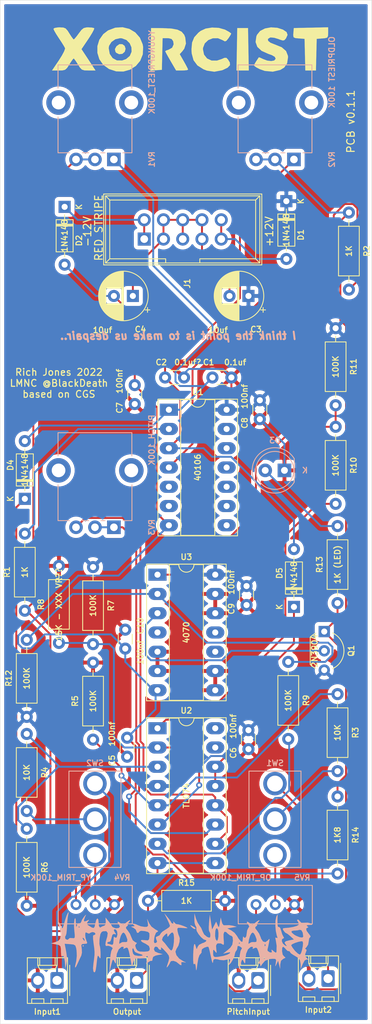
<source format=kicad_pcb>
(kicad_pcb (version 20171130) (host pcbnew "(5.1.12-1-10_14)")
  (layers (0 F.Cu signal) (31 B.Cu signal) (34 B.Paste user) (35 F.Paste user) (36 B.SilkS user) (37 F.SilkS user) (38 B.Mask user) (39 F.Mask user) (44 Edge.Cuts user))
  (net 0 "")
  (net 1 "Net-(C1-Pad1)")
  (net 2 "Net-(C3-Pad2)")
  (net 3 "Net-(C10-Pad2)")
  (net 4 GND)
  (net 5 "Net-(D1-Pad2)")
  (net 6 "Net-(D2-Pad1)")
  (net 7 "Net-(D3-Pad2)")
  (net 8 "Net-(J2-Pad1)")
  (net 9 "Net-(J3-Pad1)")
  (net 10 "Net-(J4-Pad1)")
  (net 11 "Net-(Q1-Pad2)")
  (net 12 "Net-(Q1-Pad1)")
  (net 13 "Net-(R1-Pad1)")
  (net 14 "Net-(R1-Pad2)")
  (net 15 "Net-(R2-Pad2)")
  (net 16 "Net-(R2-Pad1)")
  (net 17 "Net-(R3-Pad2)")
  (net 18 "Net-(R3-Pad1)")
  (net 19 "Net-(R4-Pad1)")
  (net 20 "Net-(R4-Pad2)")
  (net 21 "Net-(R7-Pad2)")
  (net 22 "Net-(R9-Pad2)")
  (net 23 "Net-(R12-Pad2)")
  (net 24 "Net-(R10-Pad2)")
  (net 25 "Net-(R10-Pad1)")
  (net 26 "Net-(C3-Pad1)")
  (net 27 "Net-(D4-Pad1)")
  (net 28 "Net-(J5-Pad1)")
  (net 29 "Net-(U3-Pad11)")
  (net 30 "Net-(U3-Pad4)")
  (net 31 "Net-(U3-Pad10)")
  (net 32 "Net-(RV4-Pad2)")
  (net 33 "Net-(RV5-Pad2)")
  (net 34 "Net-(C2-Pad1)")
  (net 35 "Net-(D5-Pad1)")
  (net 36 "Net-(RV3-Pad3)")
  (module ao_tht:BD3 (layer B.Cu) (at 314 149.25 180)
    (fp_text reference G*** hide)
    (fp_text value LOGO hide)
  )
  (module ao_tht:LED_D5.0mm (layer B.Cu) (at 327.5 87 180)
    (fp_text reference D3 (at 1.27 3.96) (layer B.SilkS) (effects (font (size 0.75 0.75)) (justify mirror)))
    (fp_text value LED)
    (fp_text user K (at -2.7 0) (layer B.SilkS) (effects (font (size 0.75 0.75)) (justify mirror)))
    (pad 1 thru_hole rect (at 0 0 180) (size 1.8 1.8) (drill 0.9) (layers *.Cu *.Mask) (net 4 GND))
    (pad 2 thru_hole circle (at 2.54 0 180) (size 1.8 1.8) (drill 0.9) (layers *.Cu *.Mask) (net 7 "Net-(D3-Pad2)"))
  )
  (module ao_tht:Molex_KK-254_AE-6410-02A_1x02_P2.54mm_Vertical (layer F.Cu) (at 308 154.25 180)
    (fp_text reference Output (at 1.27 -4.12) (layer F.SilkS) (effects (font (size 0.75 0.75))))
    (fp_text value Output_1)
    (pad 1 thru_hole roundrect (at 0 0 180) (size 1.74 2.2) (drill 1.2) (layers *.Cu *.Mask) (roundrect_rratio 0.1436775862068966) (net 10 "Net-(J4-Pad1)"))
    (pad 2 thru_hole oval (at 2.54 0 180) (size 1.74 2.2) (drill 1.2) (layers *.Cu *.Mask) (net 4 GND))
  )
  (module ao_tht:R_Axial_DIN0207_L6.3mm_D2.5mm_P10.16mm_Horizontal (layer F.Cu) (at 302.25 122.5 90)
    (fp_text reference R5 (at 5.08 -2.37 90) (layer F.SilkS) (effects (font (size 0.75 0.75))))
    (fp_text value 100K)
    (fp_text user %V (at 5.08 0 90) (layer F.SilkS) (effects (font (size 0.75 0.75))))
    (pad 1 thru_hole circle (at 0 0 90) (size 1.6 1.6) (drill 0.8) (layers *.Cu *.Mask) (net 18 "Net-(R3-Pad1)"))
    (pad 2 thru_hole oval (at 10.16 0 90) (size 1.6 1.6) (drill 0.8) (layers *.Cu *.Mask) (net 4 GND))
  )
  (module ao_tht:DIP-14_W7.62mm_Socket_LongPads (layer F.Cu) (at 310.75 100.75)
    (fp_text reference U3 (at 3.81 -2.33) (layer F.SilkS) (effects (font (size 0.75 0.75))))
    (fp_text value 4070)
    (fp_text user %V (at 3.81 7.62 90) (layer F.SilkS) (effects (font (size 0.75 0.75))))
    (pad 14 thru_hole oval (at 7.62 0) (size 2.4 1.6) (drill 0.8) (layers *.Cu *.Mask) (net 26 "Net-(C3-Pad1)"))
    (pad 7 thru_hole oval (at 0 15.24) (size 2.4 1.6) (drill 0.8) (layers *.Cu *.Mask) (net 3 "Net-(C10-Pad2)"))
    (pad 13 thru_hole oval (at 7.62 2.54) (size 2.4 1.6) (drill 0.8) (layers *.Cu *.Mask) (net 4 GND))
    (pad 6 thru_hole oval (at 0 12.7) (size 2.4 1.6) (drill 0.8) (layers *.Cu *.Mask) (net 4 GND))
    (pad 12 thru_hole oval (at 7.62 5.08) (size 2.4 1.6) (drill 0.8) (layers *.Cu *.Mask) (net 4 GND))
    (pad 5 thru_hole oval (at 0 10.16) (size 2.4 1.6) (drill 0.8) (layers *.Cu *.Mask) (net 4 GND))
    (pad 11 thru_hole oval (at 7.62 7.62) (size 2.4 1.6) (drill 0.8) (layers *.Cu *.Mask) (net 29 "Net-(U3-Pad11)"))
    (pad 4 thru_hole oval (at 0 7.62) (size 2.4 1.6) (drill 0.8) (layers *.Cu *.Mask) (net 30 "Net-(U3-Pad4)"))
    (pad 10 thru_hole oval (at 7.62 10.16) (size 2.4 1.6) (drill 0.8) (layers *.Cu *.Mask) (net 31 "Net-(U3-Pad10)"))
    (pad 3 thru_hole oval (at 0 5.08) (size 2.4 1.6) (drill 0.8) (layers *.Cu *.Mask) (net 11 "Net-(Q1-Pad2)"))
    (pad 9 thru_hole oval (at 7.62 12.7) (size 2.4 1.6) (drill 0.8) (layers *.Cu *.Mask) (net 4 GND))
    (pad 2 thru_hole oval (at 0 2.54) (size 2.4 1.6) (drill 0.8) (layers *.Cu *.Mask) (net 23 "Net-(R12-Pad2)"))
    (pad 8 thru_hole oval (at 7.62 15.24) (size 2.4 1.6) (drill 0.8) (layers *.Cu *.Mask) (net 4 GND))
    (pad 1 thru_hole rect (at 0 0) (size 2.4 1.6) (drill 0.8) (layers *.Cu *.Mask) (net 25 "Net-(R10-Pad1)"))
  )
  (module ao_tht:DIP-16_W7.62mm_Socket_LongPads (layer F.Cu) (at 310.75 121)
    (fp_text reference U2 (at 3.81 -2.33) (layer F.SilkS) (effects (font (size 0.75 0.75))))
    (fp_text value TL074)
    (fp_text user %V (at 3.81 8.89 90) (layer F.SilkS) (effects (font (size 0.75 0.75))))
    (pad 16 thru_hole oval (at 7.62 0) (size 2.4 1.6) (drill 0.8) (layers *.Cu *.Mask))
    (pad 8 thru_hole oval (at 0 17.78) (size 2.4 1.6) (drill 0.8) (layers *.Cu *.Mask) (net 27 "Net-(D4-Pad1)"))
    (pad 15 thru_hole oval (at 7.62 2.54) (size 2.4 1.6) (drill 0.8) (layers *.Cu *.Mask))
    (pad 7 thru_hole oval (at 0 15.24) (size 2.4 1.6) (drill 0.8) (layers *.Cu *.Mask) (net 22 "Net-(R9-Pad2)"))
    (pad 14 thru_hole oval (at 7.62 5.08) (size 2.4 1.6) (drill 0.8) (layers *.Cu *.Mask) (net 35 "Net-(D5-Pad1)"))
    (pad 6 thru_hole oval (at 0 12.7) (size 2.4 1.6) (drill 0.8) (layers *.Cu *.Mask) (net 21 "Net-(R7-Pad2)"))
    (pad 13 thru_hole oval (at 7.62 7.62) (size 2.4 1.6) (drill 0.8) (layers *.Cu *.Mask) (net 35 "Net-(D5-Pad1)"))
    (pad 5 thru_hole oval (at 0 10.16) (size 2.4 1.6) (drill 0.8) (layers *.Cu *.Mask) (net 18 "Net-(R3-Pad1)"))
    (pad 12 thru_hole oval (at 7.62 10.16) (size 2.4 1.6) (drill 0.8) (layers *.Cu *.Mask) (net 36 "Net-(RV3-Pad3)"))
    (pad 4 thru_hole oval (at 0 7.62) (size 2.4 1.6) (drill 0.8) (layers *.Cu *.Mask) (net 26 "Net-(C3-Pad1)"))
    (pad 11 thru_hole oval (at 7.62 12.7) (size 2.4 1.6) (drill 0.8) (layers *.Cu *.Mask) (net 3 "Net-(C10-Pad2)"))
    (pad 3 thru_hole oval (at 0 5.08) (size 2.4 1.6) (drill 0.8) (layers *.Cu *.Mask) (net 19 "Net-(R4-Pad1)"))
    (pad 10 thru_hole oval (at 7.62 15.24) (size 2.4 1.6) (drill 0.8) (layers *.Cu *.Mask) (net 36 "Net-(RV3-Pad3)"))
    (pad 2 thru_hole oval (at 0 2.54) (size 2.4 1.6) (drill 0.8) (layers *.Cu *.Mask) (net 21 "Net-(R7-Pad2)"))
    (pad 9 thru_hole oval (at 7.62 17.78) (size 2.4 1.6) (drill 0.8) (layers *.Cu *.Mask) (net 27 "Net-(D4-Pad1)"))
    (pad 1 thru_hole rect (at 0 0) (size 2.4 1.6) (drill 0.8) (layers *.Cu *.Mask) (net 24 "Net-(R10-Pad2)"))
  )
  (module ao_tht:D_DO-35_SOD27_P7.62mm_Horizontal (layer F.Cu) (at 328.75 105 90)
    (fp_text reference D5 (at 4.445 -1.905 90) (layer F.SilkS) (effects (font (size 0.75 0.75))))
    (fp_text value 1N4148)
    (fp_text user K (at 0 -1.905 90) (layer F.SilkS) (effects (font (size 0.75 0.75))))
    (fp_text user %V (at 3.81 0 90) (layer F.SilkS) (effects (font (size 0.75 0.75))))
    (pad 2 thru_hole oval (at 7.62 0 90) (size 1.6 1.6) (drill 0.8) (layers *.Cu *.Mask) (net 34 "Net-(C2-Pad1)"))
    (pad 1 thru_hole rect (at 0 0 90) (size 1.6 1.6) (drill 0.8) (layers *.Cu *.Mask) (net 35 "Net-(D5-Pad1)"))
  )
  (module ao_tht:xor6 (layer F.Cu) (at 315.5 31.25)
    (fp_text reference G*** hide)
    (fp_text value LOGO hide)
  )
  (module ao_tht:R_Axial_DIN0207_L6.3mm_D2.5mm_P10.16mm_Horizontal (layer F.Cu) (at 336 53 270)
    (fp_text reference R2 (at 5.08 -2.37 90) (layer F.SilkS) (effects (font (size 0.75 0.75))))
    (fp_text value 1K)
    (fp_text user %V (at 5.08 0 90) (layer F.SilkS) (effects (font (size 0.75 0.75))))
    (pad 2 thru_hole oval (at 10.16 0 270) (size 1.6 1.6) (drill 0.8) (layers *.Cu *.Mask) (net 15 "Net-(R2-Pad2)"))
    (pad 1 thru_hole circle (at 0 0 270) (size 1.6 1.6) (drill 0.8) (layers *.Cu *.Mask) (net 16 "Net-(R2-Pad1)"))
  )
  (module ao_tht:Potentiometer_Bourns_3296W_Vertical_standard (layer B.Cu) (at 323.75 144.25 180)
    (fp_text reference RV5 (at -6.096 3.556 180) (layer B.SilkS) (effects (font (size 0.75 0.75)) (justify mirror)))
    (fp_text value OP_TRIM_100K)
    (fp_text user %V (at 2.032 3.556 180) (layer B.SilkS) (effects (font (size 0.75 0.75)) (justify mirror)))
    (pad 3 thru_hole circle (at -5.08 0 180) (size 1.44 1.44) (drill 0.8) (layers *.Cu *.Mask) (net 4 GND))
    (pad 2 thru_hole circle (at -2.54 0 180) (size 1.44 1.44) (drill 0.8) (layers *.Cu *.Mask) (net 33 "Net-(RV5-Pad2)"))
    (pad 1 thru_hole circle (at 0 0 180) (size 1.44 1.44) (drill 0.8) (layers *.Cu *.Mask) (net 16 "Net-(R2-Pad1)"))
  )
  (module ao_tht:Potentiometer_Bourns_3296W_Vertical_standard (layer B.Cu) (at 300 144.25 180)
    (fp_text reference RV4 (at -6.096 3.556 180) (layer B.SilkS) (effects (font (size 0.75 0.75)) (justify mirror)))
    (fp_text value YP_TRIM_100K)
    (fp_text user %V (at 2.032 3.556 180) (layer B.SilkS) (effects (font (size 0.75 0.75)) (justify mirror)))
    (pad 3 thru_hole circle (at -5.08 0 180) (size 1.44 1.44) (drill 0.8) (layers *.Cu *.Mask) (net 4 GND))
    (pad 2 thru_hole circle (at -2.54 0 180) (size 1.44 1.44) (drill 0.8) (layers *.Cu *.Mask) (net 32 "Net-(RV4-Pad2)"))
    (pad 1 thru_hole circle (at 0 0 180) (size 1.44 1.44) (drill 0.8) (layers *.Cu *.Mask) (net 13 "Net-(R1-Pad1)"))
  )
  (module ao_tht:D_DO-35_SOD27_P7.62mm_Horizontal (layer F.Cu) (at 293.25 90.75 90)
    (fp_text reference D4 (at 4.445 -1.905 90) (layer F.SilkS) (effects (font (size 0.75 0.75))))
    (fp_text value 1N4148)
    (fp_text user K (at 0 -1.905 90) (layer F.SilkS) (effects (font (size 0.75 0.75))))
    (fp_text user %V (at 3.81 0 90) (layer F.SilkS) (effects (font (size 0.75 0.75))))
    (pad 2 thru_hole oval (at 7.62 0 90) (size 1.6 1.6) (drill 0.8) (layers *.Cu *.Mask) (net 1 "Net-(C1-Pad1)"))
    (pad 1 thru_hole rect (at 0 0 90) (size 1.6 1.6) (drill 0.8) (layers *.Cu *.Mask) (net 27 "Net-(D4-Pad1)"))
  )
  (module ao_tht:Potentiometer_Alpha_RD901F-40-00D_Single_Vertical_CircularHoles_centered (layer B.Cu) (at 302.5 87 90)
    (fp_text reference RV3 (at -7.5 7.5 270) (layer B.SilkS) (effects (font (size 0.75 0.75)) (justify mirror)))
    (fp_text value PITCH_100K)
    (fp_text user %V (at 4 7.5 90) (layer B.SilkS) (effects (font (size 0.75 0.75)) (justify mirror)))
    (pad "" thru_hole circle (at 0 4.8) (size 3.24 3.24) (drill 1.8) (layers *.Cu *.Mask))
    (pad "" thru_hole circle (at 0 -4.8) (size 3.24 3.24) (drill 1.8) (layers *.Cu *.Mask))
    (pad 3 thru_hole circle (at -7.5 -2.5) (size 1.8 1.8) (drill 1) (layers *.Cu *.Mask) (net 36 "Net-(RV3-Pad3)"))
    (pad 2 thru_hole circle (at -7.5 0) (size 1.8 1.8) (drill 1) (layers *.Cu *.Mask) (net 28 "Net-(J5-Pad1)"))
    (pad 1 thru_hole rect (at -7.5 2.5) (size 1.8 1.8) (drill 1) (layers *.Cu *.Mask) (net 28 "Net-(J5-Pad1)"))
  )
  (module ao_tht:Molex_KK-254_AE-6410-02A_1x02_P2.54mm_Vertical (layer F.Cu) (at 324 154.25 180)
    (fp_text reference PitchInput (at 1.27 -4.12) (layer F.SilkS) (effects (font (size 0.75 0.75))))
    (fp_text value PITCH_1)
    (pad 2 thru_hole oval (at 2.54 0 180) (size 1.74 2.2) (drill 1.2) (layers *.Cu *.Mask) (net 4 GND))
    (pad 1 thru_hole roundrect (at 0 0 180) (size 1.74 2.2) (drill 1.2) (layers *.Cu *.Mask) (roundrect_rratio 0.1436775862068966) (net 28 "Net-(J5-Pad1)"))
  )
  (module ao_tht:D_DO-35_SOD27_P7.62mm_Horizontal (layer F.Cu) (at 298.5 52.25 270)
    (fp_text reference D2 (at 4.445 -1.905 90) (layer F.SilkS) (effects (font (size 0.75 0.75))))
    (fp_text value 1N4148)
    (fp_text user %V (at 3.81 0 90) (layer F.SilkS) (effects (font (size 0.75 0.75))))
    (fp_text user K (at 0 -1.905 90) (layer F.SilkS) (effects (font (size 0.75 0.75))))
    (pad 1 thru_hole rect (at 0 0 270) (size 1.6 1.6) (drill 0.8) (layers *.Cu *.Mask) (net 6 "Net-(D2-Pad1)"))
    (pad 2 thru_hole oval (at 7.62 0 270) (size 1.6 1.6) (drill 0.8) (layers *.Cu *.Mask) (net 3 "Net-(C10-Pad2)"))
  )
  (module ao_tht:Power_Header (layer F.Cu) (at 309 56.5 90)
    (fp_text reference J1 (at -5.85 5.67 90) (layer F.SilkS) (effects (font (size 0.75 0.75))))
    (fp_text value Synth_power_2x5)
    (fp_text user +12V (at 1 16.5 90) (layer F.SilkS))
    (fp_text user -12V (at 1 -7.5 90) (layer F.SilkS))
    (fp_text user "RED STRIPE" (at 1.5 -6 90) (layer F.SilkS))
    (pad 1 thru_hole rect (at 0 0 90) (size 1.7272 1.7272) (drill 1.016) (layers *.Cu *.Mask) (net 6 "Net-(D2-Pad1)"))
    (pad 2 thru_hole oval (at 2.54 0 90) (size 1.7272 1.7272) (drill 1.016) (layers *.Cu *.Mask) (net 6 "Net-(D2-Pad1)"))
    (pad 3 thru_hole oval (at 0 2.54 90) (size 1.7272 1.7272) (drill 1.016) (layers *.Cu *.Mask) (net 2 "Net-(C3-Pad2)"))
    (pad 4 thru_hole oval (at 2.54 2.54 90) (size 1.7272 1.7272) (drill 1.016) (layers *.Cu *.Mask) (net 2 "Net-(C3-Pad2)"))
    (pad 5 thru_hole oval (at 0 5.08 90) (size 1.7272 1.7272) (drill 1.016) (layers *.Cu *.Mask) (net 2 "Net-(C3-Pad2)"))
    (pad 6 thru_hole oval (at 2.54 5.08 90) (size 1.7272 1.7272) (drill 1.016) (layers *.Cu *.Mask) (net 2 "Net-(C3-Pad2)"))
    (pad 7 thru_hole oval (at 0 7.62 90) (size 1.7272 1.7272) (drill 1.016) (layers *.Cu *.Mask) (net 2 "Net-(C3-Pad2)"))
    (pad 8 thru_hole oval (at 2.54 7.62 90) (size 1.7272 1.7272) (drill 1.016) (layers *.Cu *.Mask) (net 2 "Net-(C3-Pad2)"))
    (pad 9 thru_hole oval (at 0 10.16 90) (size 1.7272 1.7272) (drill 1.016) (layers *.Cu *.Mask) (net 5 "Net-(D1-Pad2)"))
    (pad 10 thru_hole oval (at 2.54 10.16 90) (size 1.7272 1.7272) (drill 1.016) (layers *.Cu *.Mask) (net 5 "Net-(D1-Pad2)"))
  )
  (module ao_tht:Molex_KK-254_AE-6410-02A_1x02_P2.54mm_Vertical (layer F.Cu) (at 297.5 154.25 180)
    (fp_text reference Input1 (at 1.27 -4.12) (layer F.SilkS) (effects (font (size 0.75 0.75))))
    (fp_text value Input_1)
    (pad 1 thru_hole roundrect (at 0 0 180) (size 1.74 2.2) (drill 1.2) (layers *.Cu *.Mask) (roundrect_rratio 0.1436775862068966) (net 8 "Net-(J2-Pad1)"))
    (pad 2 thru_hole oval (at 2.54 0 180) (size 1.74 2.2) (drill 1.2) (layers *.Cu *.Mask) (net 4 GND))
  )
  (module ao_tht:Molex_KK-254_AE-6410-02A_1x02_P2.54mm_Vertical (layer F.Cu) (at 333.25 154 180)
    (fp_text reference Input2 (at 1.27 -4.12) (layer F.SilkS) (effects (font (size 0.75 0.75))))
    (fp_text value Input_2)
    (pad 2 thru_hole oval (at 2.54 0 180) (size 1.74 2.2) (drill 1.2) (layers *.Cu *.Mask) (net 4 GND))
    (pad 1 thru_hole roundrect (at 0 0 180) (size 1.74 2.2) (drill 1.2) (layers *.Cu *.Mask) (roundrect_rratio 0.1436775862068966) (net 9 "Net-(J3-Pad1)"))
  )
  (module ao_tht:TO-92_Inline_Wide (layer F.Cu) (at 332.75 108.25 270)
    (fp_text reference Q1 (at 2.54 -3.56 90) (layer F.SilkS) (effects (font (size 0.75 0.75))))
    (fp_text value 2N3904)
    (fp_text user %V (at 2.54 1.27 90) (layer F.SilkS) (effects (font (size 0.75 0.75))))
    (pad 2 thru_hole circle (at 2.54 0) (size 1.5 1.5) (drill 0.8) (layers *.Cu *.Mask) (net 11 "Net-(Q1-Pad2)"))
    (pad 3 thru_hole circle (at 5.08 0) (size 1.5 1.5) (drill 0.8) (layers *.Cu *.Mask) (net 26 "Net-(C3-Pad1)"))
    (pad 1 thru_hole rect (at 0 0) (size 1.5 1.5) (drill 0.8) (layers *.Cu *.Mask) (net 12 "Net-(Q1-Pad1)"))
  )
  (module ao_tht:R_Axial_DIN0207_L6.3mm_D2.5mm_P10.16mm_Horizontal (layer F.Cu) (at 293.25 105.5 90)
    (fp_text reference R1 (at 5.08 -2.37 90) (layer F.SilkS) (effects (font (size 0.75 0.75))))
    (fp_text value 1K)
    (fp_text user %V (at 5.08 0 90) (layer F.SilkS) (effects (font (size 0.75 0.75))))
    (pad 1 thru_hole circle (at 0 0 90) (size 1.6 1.6) (drill 0.8) (layers *.Cu *.Mask) (net 13 "Net-(R1-Pad1)"))
    (pad 2 thru_hole oval (at 10.16 0 90) (size 1.6 1.6) (drill 0.8) (layers *.Cu *.Mask) (net 14 "Net-(R1-Pad2)"))
  )
  (module ao_tht:R_Axial_DIN0207_L6.3mm_D2.5mm_P10.16mm_Horizontal (layer F.Cu) (at 334.5 116.5 270)
    (fp_text reference R3 (at 5.08 -2.37 90) (layer F.SilkS) (effects (font (size 0.75 0.75))))
    (fp_text value 10K)
    (fp_text user %V (at 5.08 0 90) (layer F.SilkS) (effects (font (size 0.75 0.75))))
    (pad 2 thru_hole oval (at 10.16 0 270) (size 1.6 1.6) (drill 0.8) (layers *.Cu *.Mask) (net 17 "Net-(R3-Pad2)"))
    (pad 1 thru_hole circle (at 0 0 270) (size 1.6 1.6) (drill 0.8) (layers *.Cu *.Mask) (net 18 "Net-(R3-Pad1)"))
  )
  (module ao_tht:R_Axial_DIN0207_L6.3mm_D2.5mm_P10.16mm_Horizontal (layer F.Cu) (at 293.5 121.75 270)
    (fp_text reference R4 (at 5.08 -2.37 90) (layer F.SilkS) (effects (font (size 0.75 0.75))))
    (fp_text value 10K)
    (fp_text user %V (at 5.08 0 90) (layer F.SilkS) (effects (font (size 0.75 0.75))))
    (pad 1 thru_hole circle (at 0 0 270) (size 1.6 1.6) (drill 0.8) (layers *.Cu *.Mask) (net 19 "Net-(R4-Pad1)"))
    (pad 2 thru_hole oval (at 10.16 0 270) (size 1.6 1.6) (drill 0.8) (layers *.Cu *.Mask) (net 20 "Net-(R4-Pad2)"))
  )
  (module ao_tht:R_Axial_DIN0207_L6.3mm_D2.5mm_P10.16mm_Horizontal (layer F.Cu) (at 293.5 134.25 270)
    (fp_text reference R6 (at 5.08 -2.37 90) (layer F.SilkS) (effects (font (size 0.75 0.75))))
    (fp_text value 100K)
    (fp_text user %V (at 5.08 0 90) (layer F.SilkS) (effects (font (size 0.75 0.75))))
    (pad 2 thru_hole oval (at 10.16 0 270) (size 1.6 1.6) (drill 0.8) (layers *.Cu *.Mask) (net 4 GND))
    (pad 1 thru_hole circle (at 0 0 270) (size 1.6 1.6) (drill 0.8) (layers *.Cu *.Mask) (net 19 "Net-(R4-Pad1)"))
  )
  (module ao_tht:R_Axial_DIN0207_L6.3mm_D2.5mm_P10.16mm_Horizontal (layer F.Cu) (at 302.25 99.75 270)
    (fp_text reference R7 (at 5.08 -2.37 90) (layer F.SilkS) (effects (font (size 0.75 0.75))))
    (fp_text value 100K)
    (fp_text user %V (at 5.08 0 90) (layer F.SilkS) (effects (font (size 0.75 0.75))))
    (pad 1 thru_hole circle (at 0 0 270) (size 1.6 1.6) (drill 0.8) (layers *.Cu *.Mask) (net 26 "Net-(C3-Pad1)"))
    (pad 2 thru_hole oval (at 10.16 0 270) (size 1.6 1.6) (drill 0.8) (layers *.Cu *.Mask) (net 21 "Net-(R7-Pad2)"))
  )
  (module ao_tht:R_Axial_DIN0207_L6.3mm_D2.5mm_P10.16mm_Horizontal (layer F.Cu) (at 297.75 109.75 90)
    (fp_text reference R8 (at 5.08 -2.37 90) (layer F.SilkS) (effects (font (size 0.75 0.75))))
    (fp_text value "15K - XXX VR??")
    (fp_text user %V (at 5.08 0 90) (layer F.SilkS) (effects (font (size 0.75 0.75))))
    (pad 1 thru_hole circle (at 0 0 90) (size 1.6 1.6) (drill 0.8) (layers *.Cu *.Mask) (net 21 "Net-(R7-Pad2)"))
    (pad 2 thru_hole oval (at 10.16 0 90) (size 1.6 1.6) (drill 0.8) (layers *.Cu *.Mask) (net 4 GND))
  )
  (module ao_tht:R_Axial_DIN0207_L6.3mm_D2.5mm_P10.16mm_Horizontal (layer F.Cu) (at 328 112.25 270)
    (fp_text reference R9 (at 5.08 -2.37 90) (layer F.SilkS) (effects (font (size 0.75 0.75))))
    (fp_text value 100K)
    (fp_text user %V (at 5.08 0 90) (layer F.SilkS) (effects (font (size 0.75 0.75))))
    (pad 2 thru_hole oval (at 10.16 0 270) (size 1.6 1.6) (drill 0.8) (layers *.Cu *.Mask) (net 22 "Net-(R9-Pad2)"))
    (pad 1 thru_hole circle (at 0 0 270) (size 1.6 1.6) (drill 0.8) (layers *.Cu *.Mask) (net 23 "Net-(R12-Pad2)"))
  )
  (module ao_tht:R_Axial_DIN0207_L6.3mm_D2.5mm_P10.16mm_Horizontal (layer F.Cu) (at 334.25 81.25 270)
    (fp_text reference R10 (at 5.08 -2.37 90) (layer F.SilkS) (effects (font (size 0.75 0.75))))
    (fp_text value 100K)
    (fp_text user %V (at 5.08 0 90) (layer F.SilkS) (effects (font (size 0.75 0.75))))
    (pad 2 thru_hole oval (at 10.16 0 270) (size 1.6 1.6) (drill 0.8) (layers *.Cu *.Mask) (net 24 "Net-(R10-Pad2)"))
    (pad 1 thru_hole circle (at 0 0 270) (size 1.6 1.6) (drill 0.8) (layers *.Cu *.Mask) (net 25 "Net-(R10-Pad1)"))
  )
  (module ao_tht:R_Axial_DIN0207_L6.3mm_D2.5mm_P10.16mm_Horizontal (layer F.Cu) (at 334.25 68.25 270)
    (fp_text reference R11 (at 5.08 -2.37 90) (layer F.SilkS) (effects (font (size 0.75 0.75))))
    (fp_text value 100K)
    (fp_text user %V (at 5.08 0 90) (layer F.SilkS) (effects (font (size 0.75 0.75))))
    (pad 1 thru_hole circle (at 0 0 270) (size 1.6 1.6) (drill 0.8) (layers *.Cu *.Mask) (net 26 "Net-(C3-Pad1)"))
    (pad 2 thru_hole oval (at 10.16 0 270) (size 1.6 1.6) (drill 0.8) (layers *.Cu *.Mask) (net 25 "Net-(R10-Pad1)"))
  )
  (module ao_tht:R_Axial_DIN0207_L6.3mm_D2.5mm_P10.16mm_Horizontal (layer F.Cu) (at 293.5 119.5 90)
    (fp_text reference R12 (at 5.08 -2.37 90) (layer F.SilkS) (effects (font (size 0.75 0.75))))
    (fp_text value 100K)
    (fp_text user %V (at 5.08 0 90) (layer F.SilkS) (effects (font (size 0.75 0.75))))
    (pad 2 thru_hole oval (at 10.16 0 90) (size 1.6 1.6) (drill 0.8) (layers *.Cu *.Mask) (net 23 "Net-(R12-Pad2)"))
    (pad 1 thru_hole circle (at 0 0 90) (size 1.6 1.6) (drill 0.8) (layers *.Cu *.Mask) (net 26 "Net-(C3-Pad1)"))
  )
  (module ao_tht:R_Axial_DIN0207_L6.3mm_D2.5mm_P10.16mm_Horizontal (layer F.Cu) (at 334.5 104.5 90)
    (fp_text reference R13 (at 5.08 -2.37 90) (layer F.SilkS) (effects (font (size 0.75 0.75))))
    (fp_text value "1K (LED)")
    (fp_text user %V (at 5.08 0 90) (layer F.SilkS) (effects (font (size 0.75 0.75))))
    (pad 2 thru_hole oval (at 10.16 0 90) (size 1.6 1.6) (drill 0.8) (layers *.Cu *.Mask) (net 7 "Net-(D3-Pad2)"))
    (pad 1 thru_hole circle (at 0 0 90) (size 1.6 1.6) (drill 0.8) (layers *.Cu *.Mask) (net 12 "Net-(Q1-Pad1)"))
  )
  (module ao_tht:R_Axial_DIN0207_L6.3mm_D2.5mm_P10.16mm_Horizontal (layer F.Cu) (at 334.5 130 270)
    (fp_text reference R14 (at 5.08 -2.37 90) (layer F.SilkS) (effects (font (size 0.75 0.75))))
    (fp_text value 1K8)
    (fp_text user %V (at 5.08 0 90) (layer F.SilkS) (effects (font (size 0.75 0.75))))
    (pad 1 thru_hole circle (at 0 0 270) (size 1.6 1.6) (drill 0.8) (layers *.Cu *.Mask) (net 12 "Net-(Q1-Pad1)"))
    (pad 2 thru_hole oval (at 10.16 0 270) (size 1.6 1.6) (drill 0.8) (layers *.Cu *.Mask) (net 10 "Net-(J4-Pad1)"))
  )
  (module ao_tht:R_Axial_DIN0207_L6.3mm_D2.5mm_P10.16mm_Horizontal (layer F.Cu) (at 309.5 143.75)
    (fp_text reference R15 (at 5.08 -2.37) (layer F.SilkS) (effects (font (size 0.75 0.75))))
    (fp_text value 1K)
    (fp_text user %V (at 5.08 0) (layer F.SilkS) (effects (font (size 0.75 0.75))))
    (pad 2 thru_hole oval (at 10.16 0) (size 1.6 1.6) (drill 0.8) (layers *.Cu *.Mask) (net 4 GND))
    (pad 1 thru_hole circle (at 0 0) (size 1.6 1.6) (drill 0.8) (layers *.Cu *.Mask) (net 10 "Net-(J4-Pad1)"))
  )
  (module ao_tht:Potentiometer_Alpha_RD901F-40-00D_Single_Vertical_CircularHoles_centered (layer B.Cu) (at 302.5 38.5 90)
    (fp_text reference RV1 (at -7.5 7.5 270) (layer B.SilkS) (effects (font (size 0.75 0.75)) (justify mirror)))
    (fp_text value YOUNGPRIEST_100K)
    (fp_text user %V (at 4 7.5 90) (layer B.SilkS) (effects (font (size 0.75 0.75)) (justify mirror)))
    (pad 1 thru_hole rect (at -7.5 2.5) (size 1.8 1.8) (drill 1) (layers *.Cu *.Mask) (net 1 "Net-(C1-Pad1)"))
    (pad 2 thru_hole circle (at -7.5 0) (size 1.8 1.8) (drill 1) (layers *.Cu *.Mask) (net 13 "Net-(R1-Pad1)"))
    (pad 3 thru_hole circle (at -7.5 -2.5) (size 1.8 1.8) (drill 1) (layers *.Cu *.Mask) (net 13 "Net-(R1-Pad1)"))
    (pad "" thru_hole circle (at 0 -4.8) (size 3.24 3.24) (drill 1.8) (layers *.Cu *.Mask))
    (pad "" thru_hole circle (at 0 4.8) (size 3.24 3.24) (drill 1.8) (layers *.Cu *.Mask))
  )
  (module ao_tht:Potentiometer_Alpha_RD901F-40-00D_Single_Vertical_CircularHoles_centered (layer B.Cu) (at 326.25 38.5 90)
    (fp_text reference RV2 (at -7.5 7.5 270) (layer B.SilkS) (effects (font (size 0.75 0.75)) (justify mirror)))
    (fp_text value "OLDPRIEST 100K")
    (fp_text user %V (at 4 7.5 90) (layer B.SilkS) (effects (font (size 0.75 0.75)) (justify mirror)))
    (pad "" thru_hole circle (at 0 4.8) (size 3.24 3.24) (drill 1.8) (layers *.Cu *.Mask))
    (pad "" thru_hole circle (at 0 -4.8) (size 3.24 3.24) (drill 1.8) (layers *.Cu *.Mask))
    (pad 3 thru_hole circle (at -7.5 -2.5) (size 1.8 1.8) (drill 1) (layers *.Cu *.Mask) (net 16 "Net-(R2-Pad1)"))
    (pad 2 thru_hole circle (at -7.5 0) (size 1.8 1.8) (drill 1) (layers *.Cu *.Mask) (net 16 "Net-(R2-Pad1)"))
    (pad 1 thru_hole rect (at -7.5 2.5) (size 1.8 1.8) (drill 1) (layers *.Cu *.Mask) (net 34 "Net-(C2-Pad1)"))
  )
  (module ao_tht:SPDT-toggle-switch-1M-series (layer B.Cu) (at 326.25 133 180)
    (fp_text reference SW1 (at 0 7.4) (layer B.SilkS) (effects (font (size 0.75 0.75)) (justify mirror)))
    (fp_text value SW_SPDT)
    (pad 1 thru_hole circle (at 0 -4.7 180) (size 3.1 3.1) (drill 2.1) (layers *.Cu *.Mask) (net 33 "Net-(RV5-Pad2)"))
    (pad 3 thru_hole circle (at 0 4.7 180) (size 3.1 3.1) (drill 2.1) (layers *.Cu *.Mask) (net 9 "Net-(J3-Pad1)"))
    (pad 2 thru_hole circle (at 0 0 180) (size 3.1 3.1) (drill 2.1) (layers *.Cu *.Mask) (net 17 "Net-(R3-Pad2)"))
  )
  (module ao_tht:SPDT-toggle-switch-1M-series (layer B.Cu) (at 302.5 133 180)
    (fp_text reference SW2 (at 0 7.4) (layer B.SilkS) (effects (font (size 0.75 0.75)) (justify mirror)))
    (fp_text value SW_SPDT)
    (pad 2 thru_hole circle (at 0 0 180) (size 3.1 3.1) (drill 2.1) (layers *.Cu *.Mask) (net 20 "Net-(R4-Pad2)"))
    (pad 3 thru_hole circle (at 0 4.7 180) (size 3.1 3.1) (drill 2.1) (layers *.Cu *.Mask) (net 8 "Net-(J2-Pad1)"))
    (pad 1 thru_hole circle (at 0 -4.7 180) (size 3.1 3.1) (drill 2.1) (layers *.Cu *.Mask) (net 32 "Net-(RV4-Pad2)"))
  )
  (module ao_tht:DIP-14_W7.62mm_Socket_LongPads (layer F.Cu) (at 312.25 79)
    (fp_text reference U1 (at 3.81 -2.33) (layer F.SilkS) (effects (font (size 0.75 0.75))))
    (fp_text value 40106)
    (fp_text user %V (at 3.81 7.62 90) (layer F.SilkS) (effects (font (size 0.75 0.75))))
    (pad 1 thru_hole rect (at 0 0) (size 2.4 1.6) (drill 0.8) (layers *.Cu *.Mask) (net 1 "Net-(C1-Pad1)"))
    (pad 8 thru_hole oval (at 7.62 15.24) (size 2.4 1.6) (drill 0.8) (layers *.Cu *.Mask))
    (pad 2 thru_hole oval (at 0 2.54) (size 2.4 1.6) (drill 0.8) (layers *.Cu *.Mask) (net 14 "Net-(R1-Pad2)"))
    (pad 9 thru_hole oval (at 7.62 12.7) (size 2.4 1.6) (drill 0.8) (layers *.Cu *.Mask))
    (pad 3 thru_hole oval (at 0 5.08) (size 2.4 1.6) (drill 0.8) (layers *.Cu *.Mask) (net 34 "Net-(C2-Pad1)"))
    (pad 10 thru_hole oval (at 7.62 10.16) (size 2.4 1.6) (drill 0.8) (layers *.Cu *.Mask))
    (pad 4 thru_hole oval (at 0 7.62) (size 2.4 1.6) (drill 0.8) (layers *.Cu *.Mask) (net 15 "Net-(R2-Pad2)"))
    (pad 11 thru_hole oval (at 7.62 7.62) (size 2.4 1.6) (drill 0.8) (layers *.Cu *.Mask))
    (pad 5 thru_hole oval (at 0 10.16) (size 2.4 1.6) (drill 0.8) (layers *.Cu *.Mask))
    (pad 12 thru_hole oval (at 7.62 5.08) (size 2.4 1.6) (drill 0.8) (layers *.Cu *.Mask))
    (pad 6 thru_hole oval (at 0 12.7) (size 2.4 1.6) (drill 0.8) (layers *.Cu *.Mask))
    (pad 13 thru_hole oval (at 7.62 2.54) (size 2.4 1.6) (drill 0.8) (layers *.Cu *.Mask))
    (pad 7 thru_hole oval (at 0 15.24) (size 2.4 1.6) (drill 0.8) (layers *.Cu *.Mask) (net 3 "Net-(C10-Pad2)"))
    (pad 14 thru_hole oval (at 7.62 0) (size 2.4 1.6) (drill 0.8) (layers *.Cu *.Mask) (net 26 "Net-(C3-Pad1)"))
  )
  (module ao_tht:CP_Radial_D6.3mm_P2.50mm (layer F.Cu) (at 322.75 64 180)
    (fp_text reference C3 (at -1 -4.4) (layer F.SilkS) (effects (font (size 0.75 0.75))))
    (fp_text value 10uf)
    (fp_text user %V (at 4 -4.5) (layer F.SilkS) (effects (font (size 0.75 0.75))))
    (pad 1 thru_hole rect (at 0 0 180) (size 1.6 1.6) (drill 0.8) (layers *.Cu *.Mask) (net 26 "Net-(C3-Pad1)"))
    (pad 2 thru_hole circle (at 2.5 0 180) (size 1.6 1.6) (drill 0.8) (layers *.Cu *.Mask) (net 2 "Net-(C3-Pad2)"))
  )
  (module ao_tht:C_Disc_D3.0mm_W1.6mm_P2.50mm (layer F.Cu) (at 318 74.75)
    (fp_text reference C1 (at -0.5 -2) (layer F.SilkS) (effects (font (size 0.75 0.75))))
    (fp_text value 0.1uf)
    (fp_text user %V (at 3 -2) (layer F.SilkS) (effects (font (size 0.75 0.75))))
    (pad 2 thru_hole circle (at 2.5 0) (size 1.6 1.6) (drill 0.8) (layers *.Cu *.Mask) (net 4 GND))
    (pad 1 thru_hole circle (at 0 0) (size 1.6 1.6) (drill 0.8) (layers *.Cu *.Mask) (net 1 "Net-(C1-Pad1)"))
  )
  (module ao_tht:C_Disc_D3.0mm_W1.6mm_P2.50mm (layer F.Cu) (at 311.75 74.75)
    (fp_text reference C2 (at -0.5 -2) (layer F.SilkS) (effects (font (size 0.75 0.75))))
    (fp_text value 0.1uf)
    (fp_text user %V? (at 3 -2) (layer F.SilkS) (effects (font (size 0.75 0.75))))
    (pad 1 thru_hole circle (at 0 0) (size 1.6 1.6) (drill 0.8) (layers *.Cu *.Mask) (net 34 "Net-(C2-Pad1)"))
    (pad 2 thru_hole circle (at 2.5 0) (size 1.6 1.6) (drill 0.8) (layers *.Cu *.Mask) (net 4 GND))
  )
  (module ao_tht:CP_Radial_D6.3mm_P2.50mm (layer F.Cu) (at 307.5 64 180)
    (fp_text reference C4 (at -1 -4.4) (layer F.SilkS) (effects (font (size 0.75 0.75))))
    (fp_text value 10uf)
    (fp_text user %V (at 4 -4.5) (layer F.SilkS) (effects (font (size 0.75 0.75))))
    (pad 2 thru_hole circle (at 2.5 0 180) (size 1.6 1.6) (drill 0.8) (layers *.Cu *.Mask) (net 3 "Net-(C10-Pad2)"))
    (pad 1 thru_hole rect (at 0 0 180) (size 1.6 1.6) (drill 0.8) (layers *.Cu *.Mask) (net 2 "Net-(C3-Pad2)"))
  )
  (module ao_tht:C_Disc_D3.0mm_W1.6mm_P2.50mm (layer F.Cu) (at 306.75 124.75 90)
    (fp_text reference C5 (at -0.5 -2 90) (layer F.SilkS) (effects (font (size 0.75 0.75))))
    (fp_text value 100nf)
    (fp_text user %V (at 3 -2 90) (layer F.SilkS) (effects (font (size 0.75 0.75))))
    (pad 2 thru_hole circle (at 2.5 0 90) (size 1.6 1.6) (drill 0.8) (layers *.Cu *.Mask) (net 3 "Net-(C10-Pad2)"))
    (pad 1 thru_hole circle (at 0 0 90) (size 1.6 1.6) (drill 0.8) (layers *.Cu *.Mask) (net 4 GND))
  )
  (module ao_tht:C_Disc_D3.0mm_W1.6mm_P2.50mm (layer F.Cu) (at 322.75 123.75 90)
    (fp_text reference C6 (at -0.5 -2 90) (layer F.SilkS) (effects (font (size 0.75 0.75))))
    (fp_text value 100nf)
    (fp_text user %V (at 3 -2 90) (layer F.SilkS) (effects (font (size 0.75 0.75))))
    (pad 1 thru_hole circle (at 0 0 90) (size 1.6 1.6) (drill 0.8) (layers *.Cu *.Mask) (net 4 GND))
    (pad 2 thru_hole circle (at 2.5 0 90) (size 1.6 1.6) (drill 0.8) (layers *.Cu *.Mask) (net 26 "Net-(C3-Pad1)"))
  )
  (module ao_tht:C_Disc_D3.0mm_W1.6mm_P2.50mm (layer F.Cu) (at 324.25 80.25 90)
    (fp_text reference C8 (at -0.5 -2 90) (layer F.SilkS) (effects (font (size 0.75 0.75))))
    (fp_text value 100nf)
    (fp_text user %V (at 3 -2 90) (layer F.SilkS) (effects (font (size 0.75 0.75))))
    (pad 2 thru_hole circle (at 2.5 0 90) (size 1.6 1.6) (drill 0.8) (layers *.Cu *.Mask) (net 26 "Net-(C3-Pad1)"))
    (pad 1 thru_hole circle (at 0 0 90) (size 1.6 1.6) (drill 0.8) (layers *.Cu *.Mask) (net 4 GND))
  )
  (module ao_tht:C_Disc_D3.0mm_W1.6mm_P2.50mm (layer F.Cu) (at 322.5 104.75 90)
    (fp_text reference C9 (at -0.5 -2 90) (layer F.SilkS) (effects (font (size 0.75 0.75))))
    (fp_text value 100nf)
    (fp_text user %V (at 3 -2 90) (layer F.SilkS) (effects (font (size 0.75 0.75))))
    (pad 1 thru_hole circle (at 0 0 90) (size 1.6 1.6) (drill 0.8) (layers *.Cu *.Mask) (net 4 GND))
    (pad 2 thru_hole circle (at 2.5 0 90) (size 1.6 1.6) (drill 0.8) (layers *.Cu *.Mask) (net 26 "Net-(C3-Pad1)"))
  )
  (module ao_tht:C_Disc_D3.0mm_W1.6mm_P2.50mm (layer F.Cu) (at 307.75 78.25 90)
    (fp_text reference C7 (at -0.5 -2 270) (layer F.SilkS) (effects (font (size 0.75 0.75))))
    (fp_text value 100nf)
    (fp_text user %V (at 3 -2 270) (layer F.SilkS) (effects (font (size 0.75 0.75))))
    (pad 1 thru_hole circle (at 0 0 90) (size 1.6 1.6) (drill 0.8) (layers *.Cu *.Mask) (net 4 GND))
    (pad 2 thru_hole circle (at 2.5 0 90) (size 1.6 1.6) (drill 0.8) (layers *.Cu *.Mask) (net 3 "Net-(C10-Pad2)"))
  )
  (module ao_tht:C_Disc_D3.0mm_W1.6mm_P2.50mm (layer F.Cu) (at 306.5 108 270)
    (fp_text reference C10 (at -0.5 -2 90) (layer F.SilkS) (effects (font (size 0.75 0.75))))
    (fp_text value 100nf)
    (fp_text user %V (at 3 -2 90) (layer F.SilkS) (effects (font (size 0.75 0.75))))
    (pad 1 thru_hole circle (at 0 0 270) (size 1.6 1.6) (drill 0.8) (layers *.Cu *.Mask) (net 4 GND))
    (pad 2 thru_hole circle (at 2.5 0 270) (size 1.6 1.6) (drill 0.8) (layers *.Cu *.Mask) (net 3 "Net-(C10-Pad2)"))
  )
  (module ao_tht:D_DO-35_SOD27_P7.62mm_Horizontal (layer F.Cu) (at 327.75 51.5 270)
    (fp_text reference D1 (at 4.445 -1.905 90) (layer F.SilkS) (effects (font (size 0.75 0.75))))
    (fp_text value 1N4148)
    (fp_text user %V (at 3.81 0 90) (layer F.SilkS) (effects (font (size 0.75 0.75))))
    (fp_text user K (at 0 -1.905 90) (layer F.SilkS) (effects (font (size 0.75 0.75))))
    (pad 1 thru_hole rect (at 0 0 270) (size 1.6 1.6) (drill 0.8) (layers *.Cu *.Mask) (net 26 "Net-(C3-Pad1)"))
    (pad 2 thru_hole oval (at 7.62 0 270) (size 1.6 1.6) (drill 0.8) (layers *.Cu *.Mask) (net 5 "Net-(D1-Pad2)"))
  )
  (gr_text "I think the point is to make us despair.." (at 313.5 69.25) (layer B.SilkS) (effects (font (size 1 1) (thickness 0.25) italic) (justify mirror)))
  (gr_text "PCB v0.1.1" (at 336.25 41 90) (layer F.SilkS) (effects (font (size 1 1))))
  (gr_text "Rich Jones 2022\nLMNC @BlackDeath\nbased on CGS" (at 297.75 75.5) (layer F.SilkS) (effects (font (size 0.9 0.9))))
  (gr_line (start 290 160) (end 290 25) (layer Edge.Cuts) (width 0.05))
  (gr_line (start 339 160) (end 290 160) (layer Edge.Cuts) (width 0.05))
  (gr_line (start 339 25) (end 339 160) (layer Edge.Cuts) (width 0.05))
  (gr_line (start 290 25) (end 339 25) (layer Edge.Cuts) (width 0.05))
  (segment (start 312.25 79) (end 312.124999 79.125001) (width 0.25) (layer B.Cu) (net 1))
  (segment (start 313.75 79) (end 318 74.75) (width 0.25) (layer B.Cu) (net 1))
  (segment (start 312.25 79) (end 313.75 79) (width 0.25) (layer B.Cu) (net 1))
  (segment (start 313.124999 75.290001) (end 313.124999 73.988591) (width 0.25) (layer B.Cu) (net 1))
  (segment (start 318 67.812202) (end 310.188601 60.000803) (width 0.25) (layer B.Cu) (net 1))
  (segment (start 313.709999 75.875001) (end 313.124999 75.290001) (width 0.25) (layer B.Cu) (net 1))
  (segment (start 313.124999 73.988591) (end 318 69.11359) (width 0.25) (layer B.Cu) (net 1))
  (segment (start 318 74.75) (end 316.874999 75.875001) (width 0.25) (layer B.Cu) (net 1))
  (segment (start 318 69.11359) (end 318 67.812202) (width 0.25) (layer B.Cu) (net 1))
  (segment (start 316.874999 75.875001) (end 313.709999 75.875001) (width 0.25) (layer B.Cu) (net 1))
  (segment (start 310.188601 60.000803) (end 310.188601 51.188601) (width 0.25) (layer B.Cu) (net 1))
  (segment (start 310.188601 51.188601) (end 305 46) (width 0.25) (layer B.Cu) (net 1))
  (segment (start 293.25 83.13) (end 295.290011 81.089989) (width 0.25) (layer B.Cu) (net 1))
  (segment (start 295.290011 81.089989) (end 310.160011 81.089989) (width 0.25) (layer B.Cu) (net 1))
  (segment (start 310.160011 81.089989) (end 312.25 79) (width 0.25) (layer B.Cu) (net 1))
  (segment (start 316.62 53.96) (end 316.62 56.5) (width 0.25) (layer F.Cu) (net 2))
  (segment (start 314.08 53.96) (end 316.62 53.96) (width 0.25) (layer F.Cu) (net 2))
  (segment (start 314.08 53.96) (end 314.08 56.5) (width 0.25) (layer F.Cu) (net 2))
  (segment (start 311.54 53.96) (end 311.54 56.5) (width 0.25) (layer F.Cu) (net 2))
  (segment (start 307.5 60.54) (end 311.54 56.5) (width 0.25) (layer F.Cu) (net 2))
  (segment (start 307.5 64) (end 307.5 60.54) (width 0.25) (layer F.Cu) (net 2))
  (segment (start 316.62 56.5) (end 316.62 58.87) (width 0.25) (layer F.Cu) (net 2))
  (segment (start 320.25 62.5) (end 320.25 64) (width 0.25) (layer F.Cu) (net 2))
  (segment (start 316.62 58.87) (end 320.25 62.5) (width 0.25) (layer F.Cu) (net 2))
  (segment (start 311.54 53.96) (end 314.08 53.96) (width 0.25) (layer F.Cu) (net 2))
  (segment (start 310.72499 78.72499) (end 307.75 75.75) (width 0.25) (layer F.Cu) (net 3))
  (segment (start 310.72499 92.71499) (end 310.72499 78.72499) (width 0.25) (layer F.Cu) (net 3))
  (segment (start 312.25 94.24) (end 310.72499 92.71499) (width 0.25) (layer F.Cu) (net 3))
  (segment (start 307.75 66.75) (end 305 64) (width 0.25) (layer F.Cu) (net 3))
  (segment (start 307.75 75.75) (end 307.75 66.75) (width 0.25) (layer F.Cu) (net 3))
  (segment (start 306.75 122.25) (end 310.5 118.5) (width 0.25) (layer B.Cu) (net 3))
  (segment (start 310.5 116.24) (end 310.75 115.99) (width 0.25) (layer B.Cu) (net 3))
  (segment (start 310.5 118.5) (end 310.5 116.24) (width 0.25) (layer B.Cu) (net 3))
  (segment (start 310.75 115.99) (end 310.24 115.99) (width 0.25) (layer B.Cu) (net 3))
  (segment (start 306.5 112.25) (end 306.5 110.5) (width 0.25) (layer B.Cu) (net 3))
  (segment (start 310.24 115.99) (end 306.5 112.25) (width 0.25) (layer B.Cu) (net 3))
  (segment (start 305.614999 100.875001) (end 312.25 94.24) (width 0.25) (layer B.Cu) (net 3))
  (segment (start 300.299997 100.875001) (end 305.614999 100.875001) (width 0.25) (layer B.Cu) (net 3))
  (segment (start 292.374999 109.880001) (end 292.374999 108.799999) (width 0.25) (layer B.Cu) (net 3))
  (segment (start 294.040001 110.465001) (end 292.959999 110.465001) (width 0.25) (layer B.Cu) (net 3))
  (segment (start 292.374999 108.799999) (end 300.299997 100.875001) (width 0.25) (layer B.Cu) (net 3))
  (segment (start 292.959999 110.465001) (end 292.374999 109.880001) (width 0.25) (layer B.Cu) (net 3))
  (segment (start 295.880003 108.624999) (end 294.040001 110.465001) (width 0.25) (layer B.Cu) (net 3))
  (segment (start 304.624999 108.624999) (end 295.880003 108.624999) (width 0.25) (layer B.Cu) (net 3))
  (segment (start 306.5 110.5) (end 304.624999 108.624999) (width 0.25) (layer B.Cu) (net 3))
  (segment (start 302.63 64) (end 298.5 59.87) (width 0.25) (layer B.Cu) (net 3))
  (segment (start 305 64) (end 302.63 64) (width 0.25) (layer B.Cu) (net 3))
  (segment (start 317.24499 134.82501) (end 309.884006 134.82501) (width 0.25) (layer B.Cu) (net 3))
  (segment (start 309.884006 134.82501) (end 307 131.941004) (width 0.25) (layer B.Cu) (net 3))
  (segment (start 318.37 133.7) (end 317.24499 134.82501) (width 0.25) (layer B.Cu) (net 3))
  (segment (start 307 131.941004) (end 307 130) (width 0.25) (layer B.Cu) (net 3))
  (segment (start 307 130) (end 307 130) (width 0.25) (layer B.Cu) (net 3))
  (via (at 307 130) (size 0.8) (drill 0.4) (layers F.Cu B.Cu) (net 3))
  (segment (start 307.875001 129.124999) (end 307 130) (width 0.25) (layer F.Cu) (net 3))
  (segment (start 306.75 122.25) (end 307.875001 123.375001) (width 0.25) (layer F.Cu) (net 3))
  (segment (start 307.875001 123.375001) (end 307.875001 129.124999) (width 0.25) (layer F.Cu) (net 3))
  (segment (start 320.5 74.75) (end 319.374999 73.624999) (width 0.25) (layer B.Cu) (net 4))
  (segment (start 319.374999 73.624999) (end 314.875001 73.624999) (width 0.25) (layer B.Cu) (net 4))
  (segment (start 314.25 74.25) (end 314.25 74.75) (width 0.25) (layer B.Cu) (net 4))
  (segment (start 314.875001 73.624999) (end 314.25 74.25) (width 0.25) (layer B.Cu) (net 4))
  (segment (start 327.5 83.5) (end 324.25 80.25) (width 0.25) (layer B.Cu) (net 4))
  (segment (start 327.5 87) (end 327.5 83.5) (width 0.25) (layer B.Cu) (net 4))
  (segment (start 320.5 76.5) (end 324.25 80.25) (width 0.25) (layer F.Cu) (net 4))
  (segment (start 320.5 74.75) (end 320.5 76.5) (width 0.25) (layer F.Cu) (net 4))
  (segment (start 319.16 53.96) (end 319.16 56.5) (width 0.25) (layer F.Cu) (net 5))
  (segment (start 327.75 59.12) (end 323.62 59.12) (width 0.25) (layer B.Cu) (net 5))
  (segment (start 321 56.5) (end 319.16 56.5) (width 0.25) (layer B.Cu) (net 5))
  (segment (start 323.62 59.12) (end 321 56.5) (width 0.25) (layer B.Cu) (net 5))
  (segment (start 309 56.5) (end 309 53.96) (width 0.25) (layer F.Cu) (net 6))
  (segment (start 300.21 53.96) (end 298.5 52.25) (width 0.25) (layer B.Cu) (net 6))
  (segment (start 309 53.96) (end 300.21 53.96) (width 0.25) (layer B.Cu) (net 6))
  (segment (start 332.3 94.34) (end 334.5 94.34) (width 0.25) (layer B.Cu) (net 7))
  (segment (start 324.96 87) (end 332.3 94.34) (width 0.25) (layer B.Cu) (net 7))
  (segment (start 297.5 145.203398) (end 297.5 154.25) (width 0.25) (layer B.Cu) (net 8))
  (segment (start 299.498399 143.204999) (end 297.5 145.203398) (width 0.25) (layer B.Cu) (net 8))
  (segment (start 299.770003 143.204999) (end 299.498399 143.204999) (width 0.25) (layer B.Cu) (net 8))
  (segment (start 304.375001 138.600001) (end 299.770003 143.204999) (width 0.25) (layer B.Cu) (net 8))
  (segment (start 304.375001 130.175001) (end 304.375001 138.600001) (width 0.25) (layer B.Cu) (net 8))
  (segment (start 302.5 128.3) (end 304.375001 130.175001) (width 0.25) (layer B.Cu) (net 8))
  (segment (start 326.25 128.3) (end 332.5 134.55) (width 0.25) (layer F.Cu) (net 9))
  (segment (start 332.5 134.55) (end 332.5 147.5) (width 0.25) (layer F.Cu) (net 9))
  (segment (start 333.25 148.25) (end 333.25 154) (width 0.25) (layer F.Cu) (net 9))
  (segment (start 332.5 147.5) (end 333.25 148.25) (width 0.25) (layer F.Cu) (net 9))
  (segment (start 313.09 140.16) (end 309.5 143.75) (width 0.25) (layer B.Cu) (net 10))
  (segment (start 334.5 140.16) (end 313.09 140.16) (width 0.25) (layer B.Cu) (net 10))
  (segment (start 309.5 152.75) (end 308 154.25) (width 0.25) (layer F.Cu) (net 10))
  (segment (start 309.5 143.75) (end 309.5 152.75) (width 0.25) (layer F.Cu) (net 10))
  (segment (start 309.22499 111.375994) (end 309.22499 107.35501) (width 0.25) (layer B.Cu) (net 11))
  (segment (start 309.22499 107.35501) (end 310.75 105.83) (width 0.25) (layer B.Cu) (net 11))
  (segment (start 309.884006 112.03501) (end 309.22499 111.375994) (width 0.25) (layer B.Cu) (net 11))
  (segment (start 319.235994 112.03501) (end 309.884006 112.03501) (width 0.25) (layer B.Cu) (net 11))
  (segment (start 320.481004 110.79) (end 319.235994 112.03501) (width 0.25) (layer B.Cu) (net 11))
  (segment (start 332.75 110.79) (end 320.481004 110.79) (width 0.25) (layer B.Cu) (net 11))
  (segment (start 334.5 106.5) (end 332.75 108.25) (width 0.25) (layer F.Cu) (net 12))
  (segment (start 334.5 104.5) (end 334.5 106.5) (width 0.25) (layer F.Cu) (net 12))
  (segment (start 335.625001 111.125001) (end 332.75 108.25) (width 0.25) (layer F.Cu) (net 12))
  (segment (start 335.625001 127.200001) (end 335.625001 111.125001) (width 0.25) (layer F.Cu) (net 12))
  (segment (start 334.5 128.325002) (end 335.625001 127.200001) (width 0.25) (layer F.Cu) (net 12))
  (segment (start 334.5 130) (end 334.5 128.325002) (width 0.25) (layer F.Cu) (net 12))
  (segment (start 300 144.25) (end 300 141.5) (width 0.25) (layer F.Cu) (net 13))
  (segment (start 296.624999 138.124999) (end 296.624999 108.624999) (width 0.25) (layer F.Cu) (net 13))
  (segment (start 300 141.5) (end 296.624999 138.124999) (width 0.25) (layer F.Cu) (net 13))
  (segment (start 293.5 105.5) (end 293.25 105.5) (width 0.25) (layer F.Cu) (net 13))
  (segment (start 296.624999 108.624999) (end 293.5 105.5) (width 0.25) (layer F.Cu) (net 13))
  (segment (start 294.375001 51.624999) (end 300 46) (width 0.25) (layer F.Cu) (net 13))
  (segment (start 294.375001 104.374999) (end 294.375001 51.624999) (width 0.25) (layer F.Cu) (net 13))
  (segment (start 293.25 105.5) (end 294.375001 104.374999) (width 0.25) (layer F.Cu) (net 13))
  (segment (start 302.5 46) (end 300 46) (width 0.25) (layer B.Cu) (net 13))
  (segment (start 312.25 81.54) (end 300.281398 81.54) (width 0.25) (layer B.Cu) (net 14))
  (segment (start 300.281398 81.54) (end 294.5 87.321398) (width 0.25) (layer B.Cu) (net 14))
  (segment (start 294.5 94.09) (end 293.25 95.34) (width 0.25) (layer B.Cu) (net 14))
  (segment (start 294.5 87.321398) (end 294.5 94.09) (width 0.25) (layer B.Cu) (net 14))
  (segment (start 315.375001 73.560001) (end 334 54.935002) (width 0.25) (layer F.Cu) (net 15))
  (segment (start 315.375001 83.494999) (end 315.375001 73.560001) (width 0.25) (layer F.Cu) (net 15))
  (segment (start 312.25 86.62) (end 315.375001 83.494999) (width 0.25) (layer F.Cu) (net 15))
  (segment (start 337.125001 62.034999) (end 336 63.16) (width 0.25) (layer F.Cu) (net 15))
  (segment (start 337.125001 52.459999) (end 337.125001 62.034999) (width 0.25) (layer F.Cu) (net 15))
  (segment (start 336.540001 51.874999) (end 337.125001 52.459999) (width 0.25) (layer F.Cu) (net 15))
  (segment (start 335.459999 51.874999) (end 336.540001 51.874999) (width 0.25) (layer F.Cu) (net 15))
  (segment (start 334 53.334998) (end 335.459999 51.874999) (width 0.25) (layer F.Cu) (net 15))
  (segment (start 334 54.935002) (end 334 53.334998) (width 0.25) (layer F.Cu) (net 15))
  (segment (start 336.075012 127.386401) (end 335.625001 127.836411) (width 0.25) (layer F.Cu) (net 16))
  (segment (start 335.625001 127.836411) (end 335.625001 154.374999) (width 0.25) (layer F.Cu) (net 16))
  (segment (start 335.625001 92.511409) (end 335.625001 110.488591) (width 0.25) (layer F.Cu) (net 16))
  (segment (start 336 53) (end 334.874999 54.125001) (width 0.25) (layer F.Cu) (net 16))
  (segment (start 334.874999 67.209997) (end 335.625001 67.959999) (width 0.25) (layer F.Cu) (net 16))
  (segment (start 330.215011 155.42501) (end 323.75 148.959999) (width 0.25) (layer F.Cu) (net 16))
  (segment (start 334.874999 54.125001) (end 334.874999 67.209997) (width 0.25) (layer F.Cu) (net 16))
  (segment (start 335.625001 67.959999) (end 335.625001 90.483588) (width 0.25) (layer F.Cu) (net 16))
  (segment (start 323.75 148.959999) (end 323.75 144.25) (width 0.25) (layer F.Cu) (net 16))
  (segment (start 335.625001 90.483588) (end 335.950009 90.808596) (width 0.25) (layer F.Cu) (net 16))
  (segment (start 336.075012 110.938601) (end 336.075012 127.386401) (width 0.25) (layer F.Cu) (net 16))
  (segment (start 335.950009 92.186401) (end 335.625001 92.511409) (width 0.25) (layer F.Cu) (net 16))
  (segment (start 335.950009 90.808596) (end 335.950009 92.186401) (width 0.25) (layer F.Cu) (net 16))
  (segment (start 334.57499 155.42501) (end 330.215011 155.42501) (width 0.25) (layer F.Cu) (net 16))
  (segment (start 335.625001 154.374999) (end 334.57499 155.42501) (width 0.25) (layer F.Cu) (net 16))
  (segment (start 335.625001 110.488591) (end 336.075012 110.938601) (width 0.25) (layer F.Cu) (net 16))
  (segment (start 326.25 46) (end 323.75 46) (width 0.25) (layer B.Cu) (net 16))
  (segment (start 333.25 53) (end 336 53) (width 0.25) (layer B.Cu) (net 16))
  (segment (start 326.25 46) (end 333.25 53) (width 0.25) (layer B.Cu) (net 16))
  (segment (start 332.59 126.66) (end 334.5 126.66) (width 0.25) (layer B.Cu) (net 17))
  (segment (start 326.25 133) (end 332.59 126.66) (width 0.25) (layer B.Cu) (net 17))
  (segment (start 310.75 131.16) (end 312.2 131.16) (width 0.25) (layer B.Cu) (net 18))
  (segment (start 321.250008 127.49499) (end 332.244998 116.5) (width 0.25) (layer B.Cu) (net 18))
  (segment (start 315.86501 127.49499) (end 321.250008 127.49499) (width 0.25) (layer B.Cu) (net 18))
  (segment (start 312.2 131.16) (end 315.86501 127.49499) (width 0.25) (layer B.Cu) (net 18))
  (segment (start 332.244998 116.5) (end 334.5 116.5) (width 0.25) (layer B.Cu) (net 18))
  (segment (start 310.75 131.16) (end 309.91 131.16) (width 0.25) (layer B.Cu) (net 18))
  (segment (start 309.91 131.16) (end 306 127.25) (width 0.25) (layer B.Cu) (net 18))
  (segment (start 306 127.25) (end 306 127.25) (width 0.25) (layer B.Cu) (net 18))
  (via (at 306 127.25) (size 0.8) (drill 0.4) (layers F.Cu B.Cu) (net 18))
  (segment (start 306 126.25) (end 302.25 122.5) (width 0.25) (layer F.Cu) (net 18))
  (segment (start 306 127.25) (end 306 126.25) (width 0.25) (layer F.Cu) (net 18))
  (segment (start 310.75 126.08) (end 297.83 126.08) (width 0.25) (layer B.Cu) (net 19))
  (segment (start 292.374999 131.369999) (end 297.664998 126.08) (width 0.25) (layer B.Cu) (net 19))
  (segment (start 292.374999 133.124999) (end 292.374999 131.369999) (width 0.25) (layer B.Cu) (net 19))
  (segment (start 293.5 134.25) (end 292.374999 133.124999) (width 0.25) (layer B.Cu) (net 19))
  (segment (start 297.664998 126.08) (end 310.75 126.08) (width 0.25) (layer B.Cu) (net 19))
  (segment (start 297.83 126.08) (end 293.5 121.75) (width 0.25) (layer B.Cu) (net 19))
  (segment (start 294.59 133) (end 293.5 131.91) (width 0.25) (layer B.Cu) (net 20))
  (segment (start 302.5 133) (end 294.59 133) (width 0.25) (layer B.Cu) (net 20))
  (segment (start 306.374998 123.54) (end 305 122.165002) (width 0.25) (layer B.Cu) (net 21))
  (segment (start 310.75 123.54) (end 306.374998 123.54) (width 0.25) (layer B.Cu) (net 21))
  (segment (start 305 122.165002) (end 305 110.5) (width 0.25) (layer B.Cu) (net 21))
  (segment (start 304.41 109.91) (end 302.25 109.91) (width 0.25) (layer B.Cu) (net 21))
  (segment (start 305 110.5) (end 304.41 109.91) (width 0.25) (layer B.Cu) (net 21))
  (segment (start 302.09 109.75) (end 302.25 109.91) (width 0.25) (layer B.Cu) (net 21))
  (segment (start 297.75 109.75) (end 302.09 109.75) (width 0.25) (layer B.Cu) (net 21))
  (segment (start 310.75 133.7) (end 311.3 133.7) (width 0.25) (layer B.Cu) (net 21))
  (segment (start 311.3 133.7) (end 316.25 128.75) (width 0.25) (layer B.Cu) (net 21))
  (segment (start 316.25 128.75) (end 316.25 128.5) (width 0.25) (layer B.Cu) (net 21))
  (segment (start 316.25 128.5) (end 316.25 128.5) (width 0.25) (layer B.Cu) (net 21))
  (via (at 316.25 128.5) (size 0.8) (drill 0.4) (layers F.Cu B.Cu) (net 21))
  (segment (start 316.25 125.25) (end 314.54 123.54) (width 0.25) (layer F.Cu) (net 21))
  (segment (start 314.54 123.54) (end 310.75 123.54) (width 0.25) (layer F.Cu) (net 21))
  (segment (start 316.25 128.5) (end 316.25 125.25) (width 0.25) (layer F.Cu) (net 21))
  (segment (start 310.75 136.24) (end 312.01 137.5) (width 0.25) (layer B.Cu) (net 22))
  (segment (start 328.125001 122.535001) (end 328 122.41) (width 0.25) (layer B.Cu) (net 22))
  (segment (start 327.150001 130.175001) (end 328.125001 129.200001) (width 0.25) (layer B.Cu) (net 22))
  (segment (start 326.299997 130.175001) (end 327.150001 130.175001) (width 0.25) (layer B.Cu) (net 22))
  (segment (start 324.374999 132.099999) (end 326.299997 130.175001) (width 0.25) (layer B.Cu) (net 22))
  (segment (start 324.374999 132.226005) (end 324.374999 132.099999) (width 0.25) (layer B.Cu) (net 22))
  (segment (start 328.125001 129.200001) (end 328.125001 122.535001) (width 0.25) (layer B.Cu) (net 22))
  (segment (start 319.101004 137.5) (end 324.374999 132.226005) (width 0.25) (layer B.Cu) (net 22))
  (segment (start 312.01 137.5) (end 319.101004 137.5) (width 0.25) (layer B.Cu) (net 22))
  (segment (start 299.55 103.29) (end 310.75 103.29) (width 0.25) (layer B.Cu) (net 23))
  (segment (start 293.5 109.34) (end 299.55 103.29) (width 0.25) (layer B.Cu) (net 23))
  (segment (start 333.825001 110.273999) (end 333.825001 111.306001) (width 0.25) (layer B.Cu) (net 23))
  (segment (start 333.266001 109.714999) (end 333.825001 110.273999) (width 0.25) (layer B.Cu) (net 23))
  (segment (start 332.881002 112.25) (end 328 112.25) (width 0.25) (layer B.Cu) (net 23))
  (segment (start 333.825001 111.306001) (end 332.881002 112.25) (width 0.25) (layer B.Cu) (net 23))
  (segment (start 317.174999 109.714999) (end 333.266001 109.714999) (width 0.25) (layer B.Cu) (net 23))
  (segment (start 310.75 103.29) (end 317.174999 109.714999) (width 0.25) (layer B.Cu) (net 23))
  (segment (start 327.624999 108.726005) (end 327.624999 95.625001) (width 0.25) (layer F.Cu) (net 24))
  (segment (start 316.476014 119.87499) (end 327.624999 108.726005) (width 0.25) (layer F.Cu) (net 24))
  (segment (start 311.87501 119.87499) (end 316.476014 119.87499) (width 0.25) (layer F.Cu) (net 24))
  (segment (start 310.75 121) (end 311.87501 119.87499) (width 0.25) (layer F.Cu) (net 24))
  (segment (start 331.84 91.41) (end 334.25 91.41) (width 0.25) (layer F.Cu) (net 24))
  (segment (start 327.624999 95.625001) (end 331.84 91.41) (width 0.25) (layer F.Cu) (net 24))
  (segment (start 323.734999 86.411999) (end 328.896998 81.25) (width 0.25) (layer F.Cu) (net 25))
  (segment (start 323.734999 92.366005) (end 323.734999 86.411999) (width 0.25) (layer F.Cu) (net 25))
  (segment (start 328.896998 81.25) (end 334.25 81.25) (width 0.25) (layer F.Cu) (net 25))
  (segment (start 315.351004 100.75) (end 323.734999 92.366005) (width 0.25) (layer F.Cu) (net 25))
  (segment (start 310.75 100.75) (end 315.351004 100.75) (width 0.25) (layer F.Cu) (net 25))
  (segment (start 334.25 78.41) (end 334.25 81.25) (width 0.25) (layer F.Cu) (net 25))
  (segment (start 317.793986 124.66501) (end 319.33499 124.66501) (width 0.25) (layer B.Cu) (net 26))
  (segment (start 319.33499 124.66501) (end 322.75 121.25) (width 0.25) (layer B.Cu) (net 26))
  (segment (start 310.75 128.62) (end 313.838996 128.62) (width 0.25) (layer B.Cu) (net 26))
  (segment (start 313.838996 128.62) (end 317.793986 124.66501) (width 0.25) (layer B.Cu) (net 26))
  (segment (start 292.124999 144.700001) (end 295.174998 147.75) (width 0.25) (layer F.Cu) (net 27))
  (segment (start 292.124999 91.875001) (end 292.124999 144.700001) (width 0.25) (layer F.Cu) (net 27))
  (segment (start 293.25 90.75) (end 292.124999 91.875001) (width 0.25) (layer F.Cu) (net 27))
  (segment (start 303.126602 147.75) (end 308.5 142.376602) (width 0.25) (layer F.Cu) (net 27))
  (segment (start 295.174998 147.75) (end 303.126602 147.75) (width 0.25) (layer F.Cu) (net 27))
  (segment (start 308.5 142.376602) (end 308.873398 142.376602) (width 0.25) (layer F.Cu) (net 27))
  (segment (start 310.75 140.5) (end 310.75 138.78) (width 0.25) (layer F.Cu) (net 27))
  (segment (start 308.873398 142.376602) (end 310.75 140.5) (width 0.25) (layer F.Cu) (net 27))
  (segment (start 318.37 138.78) (end 310.75 138.78) (width 0.25) (layer B.Cu) (net 27))
  (segment (start 302.5 94.5) (end 305 94.5) (width 0.25) (layer B.Cu) (net 28))
  (segment (start 308.325012 129.311399) (end 307.875001 129.761409) (width 0.25) (layer F.Cu) (net 28))
  (segment (start 307.875001 135.356005) (end 310.173986 137.65499) (width 0.25) (layer F.Cu) (net 28))
  (segment (start 307.950009 96.300009) (end 307.950009 122.813599) (width 0.25) (layer F.Cu) (net 28))
  (segment (start 308.325012 123.188601) (end 308.325012 129.311399) (width 0.25) (layer F.Cu) (net 28))
  (segment (start 306.15 94.5) (end 307.950009 96.300009) (width 0.25) (layer F.Cu) (net 28))
  (segment (start 320.965011 155.67501) (end 322.57499 155.67501) (width 0.25) (layer F.Cu) (net 28))
  (segment (start 316.25 150.959999) (end 320.965011 155.67501) (width 0.25) (layer F.Cu) (net 28))
  (segment (start 307.950009 122.813599) (end 308.325012 123.188601) (width 0.25) (layer F.Cu) (net 28))
  (segment (start 307.875001 129.761409) (end 307.875001 135.356005) (width 0.25) (layer F.Cu) (net 28))
  (segment (start 316.25 142.288996) (end 316.25 150.959999) (width 0.25) (layer F.Cu) (net 28))
  (segment (start 305 94.5) (end 306.15 94.5) (width 0.25) (layer F.Cu) (net 28))
  (segment (start 322.57499 155.67501) (end 324 154.25) (width 0.25) (layer F.Cu) (net 28))
  (segment (start 310.173986 137.65499) (end 311.615994 137.65499) (width 0.25) (layer F.Cu) (net 28))
  (segment (start 311.615994 137.65499) (end 316.25 142.288996) (width 0.25) (layer F.Cu) (net 28))
  (segment (start 302.5 144.21) (end 302.54 144.25) (width 0.25) (layer B.Cu) (net 32))
  (segment (start 302.54 137.74) (end 302.5 137.7) (width 0.25) (layer F.Cu) (net 32))
  (segment (start 302.54 144.25) (end 302.54 137.74) (width 0.25) (layer F.Cu) (net 32))
  (segment (start 326.29 138.15001) (end 326.25 138.15001) (width 0.25) (layer F.Cu) (net 33))
  (segment (start 326.25 144.21) (end 326.29 144.25) (width 0.25) (layer F.Cu) (net 33))
  (segment (start 326.29 137.74) (end 326.25 137.7) (width 0.25) (layer F.Cu) (net 33))
  (segment (start 326.29 144.25) (end 326.29 137.74) (width 0.25) (layer F.Cu) (net 33))
  (segment (start 312.25 84.08) (end 312.25 83.531004) (width 0.25) (layer F.Cu) (net 34))
  (segment (start 321.624999 64.290003) (end 314.165002 71.75) (width 0.25) (layer F.Cu) (net 34))
  (segment (start 321.624999 53.125001) (end 321.624999 64.290003) (width 0.25) (layer F.Cu) (net 34))
  (segment (start 328.75 46) (end 321.624999 53.125001) (width 0.25) (layer F.Cu) (net 34))
  (segment (start 314.165002 71.75) (end 312.25 71.75) (width 0.25) (layer F.Cu) (net 34))
  (segment (start 311.75 72.25) (end 311.75 74.75) (width 0.25) (layer F.Cu) (net 34))
  (segment (start 312.25 71.75) (end 311.75 72.25) (width 0.25) (layer F.Cu) (net 34))
  (segment (start 313.77501 76.77501) (end 311.75 74.75) (width 0.25) (layer F.Cu) (net 34))
  (segment (start 313.77501 82.55499) (end 313.77501 76.77501) (width 0.25) (layer F.Cu) (net 34))
  (segment (start 312.25 84.08) (end 313.77501 82.55499) (width 0.25) (layer F.Cu) (net 34))
  (segment (start 320.446014 85.20501) (end 317.95501 85.20501) (width 0.25) (layer B.Cu) (net 34))
  (segment (start 328.75 93.508996) (end 320.446014 85.20501) (width 0.25) (layer B.Cu) (net 34))
  (segment (start 328.75 97.38) (end 328.75 93.508996) (width 0.25) (layer B.Cu) (net 34))
  (segment (start 316.83 84.08) (end 312.25 84.08) (width 0.25) (layer B.Cu) (net 34))
  (segment (start 317.95501 85.20501) (end 316.83 84.08) (width 0.25) (layer B.Cu) (net 34))
  (segment (start 328.75 109.834998) (end 320.75 117.834998) (width 0.25) (layer F.Cu) (net 35))
  (segment (start 328.75 105) (end 328.75 109.834998) (width 0.25) (layer F.Cu) (net 35))
  (segment (start 320.75 123.7) (end 318.37 126.08) (width 0.25) (layer F.Cu) (net 35))
  (segment (start 320.75 117.834998) (end 320.75 123.7) (width 0.25) (layer F.Cu) (net 35))
  (segment (start 318.37 128.62) (end 318.37 126.08) (width 0.25) (layer F.Cu) (net 35))
  (segment (start 319.89501 132.68501) (end 318.37 131.16) (width 0.25) (layer F.Cu) (net 36))
  (segment (start 319.89501 134.71499) (end 319.89501 132.68501) (width 0.25) (layer F.Cu) (net 36))
  (segment (start 318.37 136.24) (end 319.89501 134.71499) (width 0.25) (layer F.Cu) (net 36))
  (segment (start 308.900022 123.1272) (end 308.5 122.727178) (width 0.25) (layer F.Cu) (net 36))
  (segment (start 318.37 130.11) (end 318.00501 129.74501) (width 0.25) (layer F.Cu) (net 36))
  (segment (start 308.900022 128.761026) (end 308.900022 123.1272) (width 0.25) (layer F.Cu) (net 36))
  (segment (start 301.225001 93.274999) (end 300 94.5) (width 0.25) (layer F.Cu) (net 36))
  (segment (start 308.5 95.614998) (end 306.160001 93.274999) (width 0.25) (layer F.Cu) (net 36))
  (segment (start 318.00501 129.74501) (end 309.884006 129.74501) (width 0.25) (layer F.Cu) (net 36))
  (segment (start 308.5 122.727178) (end 308.5 95.614998) (width 0.25) (layer F.Cu) (net 36))
  (segment (start 306.160001 93.274999) (end 301.225001 93.274999) (width 0.25) (layer F.Cu) (net 36))
  (segment (start 309.884006 129.74501) (end 308.900022 128.761026) (width 0.25) (layer F.Cu) (net 36))
  (segment (start 318.37 131.16) (end 318.37 130.11) (width 0.25) (layer F.Cu) (net 36))
  (zone (net 4) (net_name GND) (layer F.Cu) (connect_pads (clearance 0.508)) (min_thickness 0.254) (fill yes (arc_segments 32) (thermal_gap 0.508) (thermal_bridge_width 0.508))
    (polygon (pts (xy 338.5 159.5) (xy 290.5 159.5) (xy 290.5 25.5) (xy 338.5 25.5)))
  )
  (zone (net 26) (net_name "Net-(C3-Pad1)") (layer B.Cu) (connect_pads (clearance 0.508)) (min_thickness 0.254) (fill yes (arc_segments 32) (thermal_gap 0.508) (thermal_bridge_width 0.508))
    (polygon (pts (xy 338.5 159.5) (xy 290.5 159.5) (xy 290.5 25.5) (xy 338.5 25.5)))
  )
)
</source>
